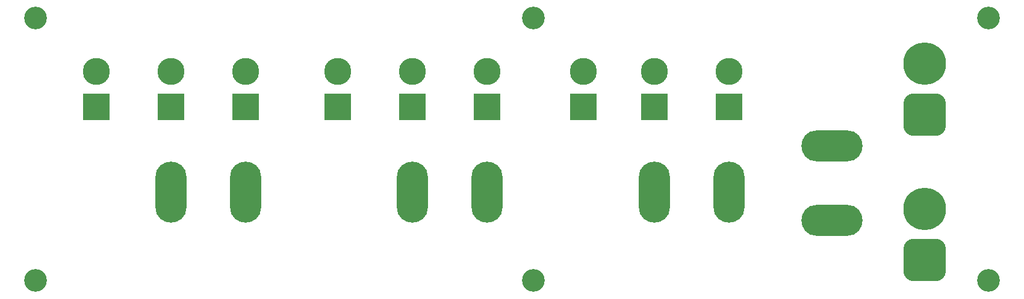
<source format=gbr>
%TF.GenerationSoftware,KiCad,Pcbnew,8.0.5*%
%TF.CreationDate,2024-09-21T15:40:57-07:00*%
%TF.ProjectId,Power_PCB,506f7765-725f-4504-9342-2e6b69636164,rev?*%
%TF.SameCoordinates,Original*%
%TF.FileFunction,Soldermask,Bot*%
%TF.FilePolarity,Negative*%
%FSLAX46Y46*%
G04 Gerber Fmt 4.6, Leading zero omitted, Abs format (unit mm)*
G04 Created by KiCad (PCBNEW 8.0.5) date 2024-09-21 15:40:57*
%MOMM*%
%LPD*%
G01*
G04 APERTURE LIST*
G04 Aperture macros list*
%AMRoundRect*
0 Rectangle with rounded corners*
0 $1 Rounding radius*
0 $2 $3 $4 $5 $6 $7 $8 $9 X,Y pos of 4 corners*
0 Add a 4 corners polygon primitive as box body*
4,1,4,$2,$3,$4,$5,$6,$7,$8,$9,$2,$3,0*
0 Add four circle primitives for the rounded corners*
1,1,$1+$1,$2,$3*
1,1,$1+$1,$4,$5*
1,1,$1+$1,$6,$7*
1,1,$1+$1,$8,$9*
0 Add four rect primitives between the rounded corners*
20,1,$1+$1,$2,$3,$4,$5,0*
20,1,$1+$1,$4,$5,$6,$7,0*
20,1,$1+$1,$6,$7,$8,$9,0*
20,1,$1+$1,$8,$9,$2,$3,0*%
G04 Aperture macros list end*
%ADD10C,3.200000*%
%ADD11R,3.800000X3.800000*%
%ADD12C,3.800000*%
%ADD13O,8.604000X4.404000*%
%ADD14RoundRect,1.500000X1.500000X-1.500000X1.500000X1.500000X-1.500000X1.500000X-1.500000X-1.500000X0*%
%ADD15C,6.000000*%
%ADD16O,4.404000X8.604000*%
G04 APERTURE END LIST*
D10*
%TO.C,H4*%
X102000000Y-41500000D03*
%TD*%
D11*
%TO.C,J11*%
X95500000Y-54000000D03*
D12*
X95500000Y-49000000D03*
%TD*%
D13*
%TO.C,S1*%
X144000000Y-70000000D03*
X144000000Y-59500000D03*
%TD*%
D14*
%TO.C,J2*%
X157000000Y-75600000D03*
D15*
X157000000Y-68400000D03*
%TD*%
D16*
%TO.C,S3*%
X129500000Y-66000000D03*
X119000000Y-66000000D03*
%TD*%
D11*
%TO.C,J6*%
X109000000Y-54000000D03*
D12*
X109000000Y-49000000D03*
%TD*%
D14*
%TO.C,J1*%
X157000000Y-55100000D03*
D15*
X157000000Y-47900000D03*
%TD*%
D11*
%TO.C,J5*%
X61500000Y-54000000D03*
D12*
X61500000Y-49000000D03*
%TD*%
D10*
%TO.C,H3*%
X166000000Y-78500000D03*
%TD*%
%TO.C,H5*%
X32000000Y-41500000D03*
%TD*%
%TO.C,H2*%
X32000000Y-78500000D03*
%TD*%
%TO.C,H6*%
X102000000Y-78500000D03*
%TD*%
D11*
%TO.C,J4*%
X51000000Y-54000000D03*
D12*
X51000000Y-49000000D03*
%TD*%
D11*
%TO.C,J7*%
X119000000Y-54000000D03*
D12*
X119000000Y-49000000D03*
%TD*%
D16*
%TO.C,S4*%
X61500000Y-66000000D03*
X51000000Y-66000000D03*
%TD*%
%TO.C,S2*%
X95500000Y-66000000D03*
X85000000Y-66000000D03*
%TD*%
D10*
%TO.C,H1*%
X166000000Y-41500000D03*
%TD*%
D11*
%TO.C,J3*%
X40500000Y-54000000D03*
D12*
X40500000Y-49000000D03*
%TD*%
D11*
%TO.C,J8*%
X129500000Y-54000000D03*
D12*
X129500000Y-49000000D03*
%TD*%
D11*
%TO.C,J10*%
X85000000Y-54000000D03*
D12*
X85000000Y-49000000D03*
%TD*%
D11*
%TO.C,J9*%
X74500000Y-54000000D03*
D12*
X74500000Y-49000000D03*
%TD*%
M02*

</source>
